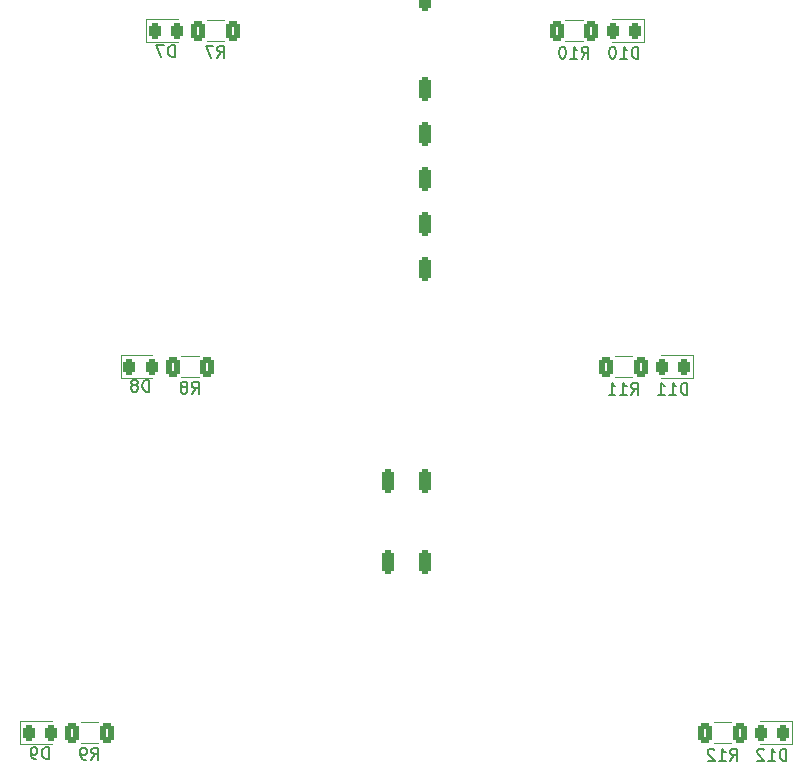
<source format=gbo>
%TF.GenerationSoftware,KiCad,Pcbnew,(6.0.9)*%
%TF.CreationDate,2022-12-10T13:43:41+01:00*%
%TF.ProjectId,PartoDos,50617274-6f44-46f7-932e-6b696361645f,rev?*%
%TF.SameCoordinates,Original*%
%TF.FileFunction,Legend,Bot*%
%TF.FilePolarity,Positive*%
%FSLAX46Y46*%
G04 Gerber Fmt 4.6, Leading zero omitted, Abs format (unit mm)*
G04 Created by KiCad (PCBNEW (6.0.9)) date 2022-12-10 13:43:41*
%MOMM*%
%LPD*%
G01*
G04 APERTURE LIST*
G04 Aperture macros list*
%AMRoundRect*
0 Rectangle with rounded corners*
0 $1 Rounding radius*
0 $2 $3 $4 $5 $6 $7 $8 $9 X,Y pos of 4 corners*
0 Add a 4 corners polygon primitive as box body*
4,1,4,$2,$3,$4,$5,$6,$7,$8,$9,$2,$3,0*
0 Add four circle primitives for the rounded corners*
1,1,$1+$1,$2,$3*
1,1,$1+$1,$4,$5*
1,1,$1+$1,$6,$7*
1,1,$1+$1,$8,$9*
0 Add four rect primitives between the rounded corners*
20,1,$1+$1,$2,$3,$4,$5,0*
20,1,$1+$1,$4,$5,$6,$7,0*
20,1,$1+$1,$6,$7,$8,$9,0*
20,1,$1+$1,$8,$9,$2,$3,0*%
G04 Aperture macros list end*
%ADD10C,0.150000*%
%ADD11C,0.120000*%
%ADD12RoundRect,0.250000X0.312500X0.625000X-0.312500X0.625000X-0.312500X-0.625000X0.312500X-0.625000X0*%
%ADD13RoundRect,0.250000X-0.312500X-0.625000X0.312500X-0.625000X0.312500X0.625000X-0.312500X0.625000X0*%
%ADD14RoundRect,0.250000X0.250000X0.750000X-0.250000X0.750000X-0.250000X-0.750000X0.250000X-0.750000X0*%
%ADD15RoundRect,0.243750X0.243750X0.456250X-0.243750X0.456250X-0.243750X-0.456250X0.243750X-0.456250X0*%
%ADD16RoundRect,0.243750X-0.243750X-0.456250X0.243750X-0.456250X0.243750X0.456250X-0.243750X0.456250X0*%
G04 APERTURE END LIST*
D10*
%TO.C,R12*%
X167901857Y-140787380D02*
X168235190Y-140311190D01*
X168473285Y-140787380D02*
X168473285Y-139787380D01*
X168092333Y-139787380D01*
X167997095Y-139835000D01*
X167949476Y-139882619D01*
X167901857Y-139977857D01*
X167901857Y-140120714D01*
X167949476Y-140215952D01*
X167997095Y-140263571D01*
X168092333Y-140311190D01*
X168473285Y-140311190D01*
X166949476Y-140787380D02*
X167520904Y-140787380D01*
X167235190Y-140787380D02*
X167235190Y-139787380D01*
X167330428Y-139930238D01*
X167425666Y-140025476D01*
X167520904Y-140073095D01*
X166568523Y-139882619D02*
X166520904Y-139835000D01*
X166425666Y-139787380D01*
X166187571Y-139787380D01*
X166092333Y-139835000D01*
X166044714Y-139882619D01*
X165997095Y-139977857D01*
X165997095Y-140073095D01*
X166044714Y-140215952D01*
X166616142Y-140787380D01*
X165997095Y-140787380D01*
%TO.C,R11*%
X159519857Y-109799380D02*
X159853190Y-109323190D01*
X160091285Y-109799380D02*
X160091285Y-108799380D01*
X159710333Y-108799380D01*
X159615095Y-108847000D01*
X159567476Y-108894619D01*
X159519857Y-108989857D01*
X159519857Y-109132714D01*
X159567476Y-109227952D01*
X159615095Y-109275571D01*
X159710333Y-109323190D01*
X160091285Y-109323190D01*
X158567476Y-109799380D02*
X159138904Y-109799380D01*
X158853190Y-109799380D02*
X158853190Y-108799380D01*
X158948428Y-108942238D01*
X159043666Y-109037476D01*
X159138904Y-109085095D01*
X157615095Y-109799380D02*
X158186523Y-109799380D01*
X157900809Y-109799380D02*
X157900809Y-108799380D01*
X157996047Y-108942238D01*
X158091285Y-109037476D01*
X158186523Y-109085095D01*
%TO.C,R10*%
X155328857Y-81351380D02*
X155662190Y-80875190D01*
X155900285Y-81351380D02*
X155900285Y-80351380D01*
X155519333Y-80351380D01*
X155424095Y-80399000D01*
X155376476Y-80446619D01*
X155328857Y-80541857D01*
X155328857Y-80684714D01*
X155376476Y-80779952D01*
X155424095Y-80827571D01*
X155519333Y-80875190D01*
X155900285Y-80875190D01*
X154376476Y-81351380D02*
X154947904Y-81351380D01*
X154662190Y-81351380D02*
X154662190Y-80351380D01*
X154757428Y-80494238D01*
X154852666Y-80589476D01*
X154947904Y-80637095D01*
X153757428Y-80351380D02*
X153662190Y-80351380D01*
X153566952Y-80399000D01*
X153519333Y-80446619D01*
X153471714Y-80541857D01*
X153424095Y-80732333D01*
X153424095Y-80970428D01*
X153471714Y-81160904D01*
X153519333Y-81256142D01*
X153566952Y-81303761D01*
X153662190Y-81351380D01*
X153757428Y-81351380D01*
X153852666Y-81303761D01*
X153900285Y-81256142D01*
X153947904Y-81160904D01*
X153995523Y-80970428D01*
X153995523Y-80732333D01*
X153947904Y-80541857D01*
X153900285Y-80446619D01*
X153852666Y-80399000D01*
X153757428Y-80351380D01*
%TO.C,R9*%
X113831666Y-140702380D02*
X114165000Y-140226190D01*
X114403095Y-140702380D02*
X114403095Y-139702380D01*
X114022142Y-139702380D01*
X113926904Y-139750000D01*
X113879285Y-139797619D01*
X113831666Y-139892857D01*
X113831666Y-140035714D01*
X113879285Y-140130952D01*
X113926904Y-140178571D01*
X114022142Y-140226190D01*
X114403095Y-140226190D01*
X113355476Y-140702380D02*
X113165000Y-140702380D01*
X113069761Y-140654761D01*
X113022142Y-140607142D01*
X112926904Y-140464285D01*
X112879285Y-140273809D01*
X112879285Y-139892857D01*
X112926904Y-139797619D01*
X112974523Y-139750000D01*
X113069761Y-139702380D01*
X113260238Y-139702380D01*
X113355476Y-139750000D01*
X113403095Y-139797619D01*
X113450714Y-139892857D01*
X113450714Y-140130952D01*
X113403095Y-140226190D01*
X113355476Y-140273809D01*
X113260238Y-140321428D01*
X113069761Y-140321428D01*
X112974523Y-140273809D01*
X112926904Y-140226190D01*
X112879285Y-140130952D01*
%TO.C,R8*%
X122340666Y-109714380D02*
X122674000Y-109238190D01*
X122912095Y-109714380D02*
X122912095Y-108714380D01*
X122531142Y-108714380D01*
X122435904Y-108762000D01*
X122388285Y-108809619D01*
X122340666Y-108904857D01*
X122340666Y-109047714D01*
X122388285Y-109142952D01*
X122435904Y-109190571D01*
X122531142Y-109238190D01*
X122912095Y-109238190D01*
X121769238Y-109142952D02*
X121864476Y-109095333D01*
X121912095Y-109047714D01*
X121959714Y-108952476D01*
X121959714Y-108904857D01*
X121912095Y-108809619D01*
X121864476Y-108762000D01*
X121769238Y-108714380D01*
X121578761Y-108714380D01*
X121483523Y-108762000D01*
X121435904Y-108809619D01*
X121388285Y-108904857D01*
X121388285Y-108952476D01*
X121435904Y-109047714D01*
X121483523Y-109095333D01*
X121578761Y-109142952D01*
X121769238Y-109142952D01*
X121864476Y-109190571D01*
X121912095Y-109238190D01*
X121959714Y-109333428D01*
X121959714Y-109523904D01*
X121912095Y-109619142D01*
X121864476Y-109666761D01*
X121769238Y-109714380D01*
X121578761Y-109714380D01*
X121483523Y-109666761D01*
X121435904Y-109619142D01*
X121388285Y-109523904D01*
X121388285Y-109333428D01*
X121435904Y-109238190D01*
X121483523Y-109190571D01*
X121578761Y-109142952D01*
%TO.C,R7*%
X124499666Y-81266380D02*
X124833000Y-80790190D01*
X125071095Y-81266380D02*
X125071095Y-80266380D01*
X124690142Y-80266380D01*
X124594904Y-80314000D01*
X124547285Y-80361619D01*
X124499666Y-80456857D01*
X124499666Y-80599714D01*
X124547285Y-80694952D01*
X124594904Y-80742571D01*
X124690142Y-80790190D01*
X125071095Y-80790190D01*
X124166333Y-80266380D02*
X123499666Y-80266380D01*
X123928238Y-81266380D01*
%TO.C,D11*%
X164282285Y-109799380D02*
X164282285Y-108799380D01*
X164044190Y-108799380D01*
X163901333Y-108847000D01*
X163806095Y-108942238D01*
X163758476Y-109037476D01*
X163710857Y-109227952D01*
X163710857Y-109370809D01*
X163758476Y-109561285D01*
X163806095Y-109656523D01*
X163901333Y-109751761D01*
X164044190Y-109799380D01*
X164282285Y-109799380D01*
X162758476Y-109799380D02*
X163329904Y-109799380D01*
X163044190Y-109799380D02*
X163044190Y-108799380D01*
X163139428Y-108942238D01*
X163234666Y-109037476D01*
X163329904Y-109085095D01*
X161806095Y-109799380D02*
X162377523Y-109799380D01*
X162091809Y-109799380D02*
X162091809Y-108799380D01*
X162187047Y-108942238D01*
X162282285Y-109037476D01*
X162377523Y-109085095D01*
%TO.C,D10*%
X160139785Y-81351380D02*
X160139785Y-80351380D01*
X159901690Y-80351380D01*
X159758833Y-80399000D01*
X159663595Y-80494238D01*
X159615976Y-80589476D01*
X159568357Y-80779952D01*
X159568357Y-80922809D01*
X159615976Y-81113285D01*
X159663595Y-81208523D01*
X159758833Y-81303761D01*
X159901690Y-81351380D01*
X160139785Y-81351380D01*
X158615976Y-81351380D02*
X159187404Y-81351380D01*
X158901690Y-81351380D02*
X158901690Y-80351380D01*
X158996928Y-80494238D01*
X159092166Y-80589476D01*
X159187404Y-80637095D01*
X157996928Y-80351380D02*
X157901690Y-80351380D01*
X157806452Y-80399000D01*
X157758833Y-80446619D01*
X157711214Y-80541857D01*
X157663595Y-80732333D01*
X157663595Y-80970428D01*
X157711214Y-81160904D01*
X157758833Y-81256142D01*
X157806452Y-81303761D01*
X157901690Y-81351380D01*
X157996928Y-81351380D01*
X158092166Y-81303761D01*
X158139785Y-81256142D01*
X158187404Y-81160904D01*
X158235023Y-80970428D01*
X158235023Y-80732333D01*
X158187404Y-80541857D01*
X158139785Y-80446619D01*
X158092166Y-80399000D01*
X157996928Y-80351380D01*
%TO.C,D7*%
X120880095Y-81224380D02*
X120880095Y-80224380D01*
X120642000Y-80224380D01*
X120499142Y-80272000D01*
X120403904Y-80367238D01*
X120356285Y-80462476D01*
X120308666Y-80652952D01*
X120308666Y-80795809D01*
X120356285Y-80986285D01*
X120403904Y-81081523D01*
X120499142Y-81176761D01*
X120642000Y-81224380D01*
X120880095Y-81224380D01*
X119975333Y-80224380D02*
X119308666Y-80224380D01*
X119737238Y-81224380D01*
%TO.C,D8*%
X118721095Y-109544380D02*
X118721095Y-108544380D01*
X118483000Y-108544380D01*
X118340142Y-108592000D01*
X118244904Y-108687238D01*
X118197285Y-108782476D01*
X118149666Y-108972952D01*
X118149666Y-109115809D01*
X118197285Y-109306285D01*
X118244904Y-109401523D01*
X118340142Y-109496761D01*
X118483000Y-109544380D01*
X118721095Y-109544380D01*
X117578238Y-108972952D02*
X117673476Y-108925333D01*
X117721095Y-108877714D01*
X117768714Y-108782476D01*
X117768714Y-108734857D01*
X117721095Y-108639619D01*
X117673476Y-108592000D01*
X117578238Y-108544380D01*
X117387761Y-108544380D01*
X117292523Y-108592000D01*
X117244904Y-108639619D01*
X117197285Y-108734857D01*
X117197285Y-108782476D01*
X117244904Y-108877714D01*
X117292523Y-108925333D01*
X117387761Y-108972952D01*
X117578238Y-108972952D01*
X117673476Y-109020571D01*
X117721095Y-109068190D01*
X117768714Y-109163428D01*
X117768714Y-109353904D01*
X117721095Y-109449142D01*
X117673476Y-109496761D01*
X117578238Y-109544380D01*
X117387761Y-109544380D01*
X117292523Y-109496761D01*
X117244904Y-109449142D01*
X117197285Y-109353904D01*
X117197285Y-109163428D01*
X117244904Y-109068190D01*
X117292523Y-109020571D01*
X117387761Y-108972952D01*
%TO.C,D12*%
X172664285Y-140787380D02*
X172664285Y-139787380D01*
X172426190Y-139787380D01*
X172283333Y-139835000D01*
X172188095Y-139930238D01*
X172140476Y-140025476D01*
X172092857Y-140215952D01*
X172092857Y-140358809D01*
X172140476Y-140549285D01*
X172188095Y-140644523D01*
X172283333Y-140739761D01*
X172426190Y-140787380D01*
X172664285Y-140787380D01*
X171140476Y-140787380D02*
X171711904Y-140787380D01*
X171426190Y-140787380D02*
X171426190Y-139787380D01*
X171521428Y-139930238D01*
X171616666Y-140025476D01*
X171711904Y-140073095D01*
X170759523Y-139882619D02*
X170711904Y-139835000D01*
X170616666Y-139787380D01*
X170378571Y-139787380D01*
X170283333Y-139835000D01*
X170235714Y-139882619D01*
X170188095Y-139977857D01*
X170188095Y-140073095D01*
X170235714Y-140215952D01*
X170807142Y-140787380D01*
X170188095Y-140787380D01*
%TO.C,D9*%
X110212095Y-140660380D02*
X110212095Y-139660380D01*
X109974000Y-139660380D01*
X109831142Y-139708000D01*
X109735904Y-139803238D01*
X109688285Y-139898476D01*
X109640666Y-140088952D01*
X109640666Y-140231809D01*
X109688285Y-140422285D01*
X109735904Y-140517523D01*
X109831142Y-140612761D01*
X109974000Y-140660380D01*
X110212095Y-140660380D01*
X109164476Y-140660380D02*
X108974000Y-140660380D01*
X108878761Y-140612761D01*
X108831142Y-140565142D01*
X108735904Y-140422285D01*
X108688285Y-140231809D01*
X108688285Y-139850857D01*
X108735904Y-139755619D01*
X108783523Y-139708000D01*
X108878761Y-139660380D01*
X109069238Y-139660380D01*
X109164476Y-139708000D01*
X109212095Y-139755619D01*
X109259714Y-139850857D01*
X109259714Y-140088952D01*
X109212095Y-140184190D01*
X109164476Y-140231809D01*
X109069238Y-140279428D01*
X108878761Y-140279428D01*
X108783523Y-140231809D01*
X108735904Y-140184190D01*
X108688285Y-140088952D01*
D11*
%TO.C,R12*%
X167986064Y-139340000D02*
X166531936Y-139340000D01*
X167986064Y-137520000D02*
X166531936Y-137520000D01*
%TO.C,R11*%
X159604064Y-108352000D02*
X158149936Y-108352000D01*
X159604064Y-106532000D02*
X158149936Y-106532000D01*
%TO.C,R10*%
X155413064Y-79904000D02*
X153958936Y-79904000D01*
X155413064Y-78084000D02*
X153958936Y-78084000D01*
%TO.C,R9*%
X112937936Y-137520000D02*
X114392064Y-137520000D01*
X112937936Y-139340000D02*
X114392064Y-139340000D01*
%TO.C,R8*%
X121446936Y-106532000D02*
X122901064Y-106532000D01*
X121446936Y-108352000D02*
X122901064Y-108352000D01*
%TO.C,R7*%
X123605936Y-78084000D02*
X125060064Y-78084000D01*
X123605936Y-79904000D02*
X125060064Y-79904000D01*
%TO.C,D11*%
X164753000Y-106482000D02*
X164753000Y-108402000D01*
X164753000Y-108402000D02*
X162068000Y-108402000D01*
X162068000Y-106482000D02*
X164753000Y-106482000D01*
%TO.C,D10*%
X160610500Y-78034000D02*
X160610500Y-79954000D01*
X160610500Y-79954000D02*
X157925500Y-79954000D01*
X157925500Y-78034000D02*
X160610500Y-78034000D01*
%TO.C,D7*%
X118457000Y-79954000D02*
X118457000Y-78034000D01*
X121142000Y-79954000D02*
X118457000Y-79954000D01*
X118457000Y-78034000D02*
X121142000Y-78034000D01*
%TO.C,D8*%
X116298000Y-108402000D02*
X116298000Y-106482000D01*
X118983000Y-108402000D02*
X116298000Y-108402000D01*
X116298000Y-106482000D02*
X118983000Y-106482000D01*
%TO.C,D12*%
X173135000Y-139390000D02*
X170450000Y-139390000D01*
X170450000Y-137470000D02*
X173135000Y-137470000D01*
X173135000Y-137470000D02*
X173135000Y-139390000D01*
%TO.C,D9*%
X107789000Y-139390000D02*
X107789000Y-137470000D01*
X110474000Y-139390000D02*
X107789000Y-139390000D01*
X107789000Y-137470000D02*
X110474000Y-137470000D01*
%TD*%
%LPC*%
D12*
%TO.C,R12*%
X168721500Y-138430000D03*
X165796500Y-138430000D03*
%TD*%
%TO.C,R11*%
X160339500Y-107442000D03*
X157414500Y-107442000D03*
%TD*%
%TO.C,R10*%
X156148500Y-78994000D03*
X153223500Y-78994000D03*
%TD*%
D13*
%TO.C,R9*%
X112202500Y-138430000D03*
X115127500Y-138430000D03*
%TD*%
%TO.C,R8*%
X120711500Y-107442000D03*
X123636500Y-107442000D03*
%TD*%
%TO.C,R7*%
X122870500Y-78994000D03*
X125795500Y-78994000D03*
%TD*%
D14*
%TO.C,J10*%
X142113000Y-91567000D03*
%TD*%
%TO.C,J26*%
X142113000Y-76327000D03*
%TD*%
%TO.C,J24*%
X142113000Y-61087000D03*
%TD*%
%TO.C,J34*%
X142113000Y-117094000D03*
%TD*%
D15*
%TO.C,D11*%
X164005500Y-107442000D03*
X162130500Y-107442000D03*
%TD*%
D14*
%TO.C,J25*%
X142113000Y-68707000D03*
%TD*%
%TO.C,J11*%
X142113000Y-99187000D03*
%TD*%
%TO.C,J27*%
X142113000Y-83947000D03*
%TD*%
%TO.C,J5*%
X142113000Y-95377000D03*
%TD*%
%TO.C,J23*%
X138938000Y-61087000D03*
%TD*%
D15*
%TO.C,D10*%
X159863000Y-78994000D03*
X157988000Y-78994000D03*
%TD*%
D14*
%TO.C,J32*%
X138938000Y-117094000D03*
%TD*%
D16*
%TO.C,D7*%
X119204500Y-78994000D03*
X121079500Y-78994000D03*
%TD*%
D14*
%TO.C,J21*%
X138938000Y-68707000D03*
%TD*%
%TO.C,J4*%
X142113000Y-87757000D03*
%TD*%
%TO.C,J13*%
X138938000Y-123952000D03*
%TD*%
D16*
%TO.C,D8*%
X117045500Y-107442000D03*
X118920500Y-107442000D03*
%TD*%
D15*
%TO.C,D12*%
X172387500Y-138430000D03*
X170512500Y-138430000D03*
%TD*%
D14*
%TO.C,J33*%
X142113000Y-123952000D03*
%TD*%
%TO.C,J22*%
X138938000Y-64897000D03*
%TD*%
D16*
%TO.C,D9*%
X108536500Y-138430000D03*
X110411500Y-138430000D03*
%TD*%
M02*

</source>
